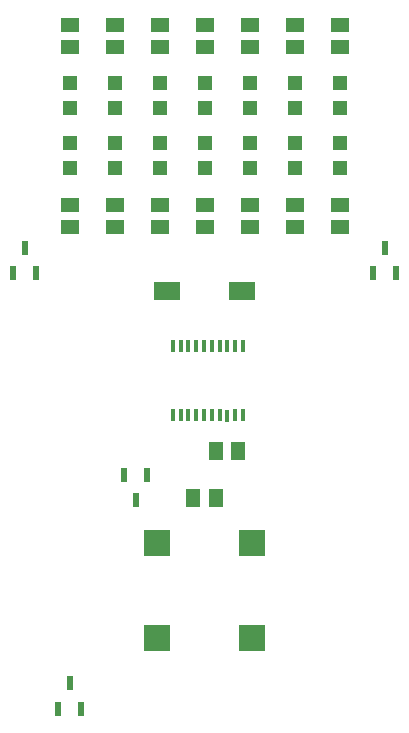
<source format=gbr>
G04 EAGLE Gerber RS-274X export*
G75*
%MOMM*%
%FSLAX34Y34*%
%LPD*%
%INSolderpaste Top*%
%IPPOS*%
%AMOC8*
5,1,8,0,0,1.08239X$1,22.5*%
G01*
%ADD10R,1.200000X1.200000*%
%ADD11R,0.600000X1.300000*%
%ADD12R,1.500000X1.300000*%
%ADD13R,0.400000X1.000000*%
%ADD14R,2.250000X2.250000*%
%ADD15R,2.300000X1.600000*%
%ADD16R,1.300000X1.500000*%
%ADD17R,0.600000X1.150000*%


D10*
X304800Y535600D03*
X304800Y556600D03*
X304800Y586400D03*
X304800Y607400D03*
X190500Y586400D03*
X190500Y607400D03*
X152400Y586400D03*
X152400Y607400D03*
X114300Y586400D03*
X114300Y607400D03*
X76200Y586400D03*
X76200Y607400D03*
X266700Y535600D03*
X266700Y556600D03*
X228600Y535600D03*
X228600Y556600D03*
X190500Y535600D03*
X190500Y556600D03*
X152400Y535600D03*
X152400Y556600D03*
X114300Y535600D03*
X114300Y556600D03*
X76200Y535600D03*
X76200Y556600D03*
X266700Y586400D03*
X266700Y607400D03*
X228600Y586400D03*
X228600Y607400D03*
D11*
X333400Y446700D03*
X352400Y446700D03*
X342900Y467700D03*
X28600Y446700D03*
X47600Y446700D03*
X38100Y467700D03*
D12*
X304800Y504800D03*
X304800Y485800D03*
X266700Y657200D03*
X266700Y638200D03*
X228600Y657200D03*
X228600Y638200D03*
X190500Y657200D03*
X190500Y638200D03*
X152400Y657200D03*
X152400Y638200D03*
X114300Y657200D03*
X114300Y638200D03*
X76200Y657200D03*
X76200Y638200D03*
X266700Y504800D03*
X266700Y485800D03*
X228600Y504800D03*
X228600Y485800D03*
X190500Y504800D03*
X190500Y485800D03*
X152400Y504800D03*
X152400Y485800D03*
X114300Y504800D03*
X114300Y485800D03*
X76200Y504800D03*
X76200Y485800D03*
X304800Y657200D03*
X304800Y638200D03*
D13*
X223008Y326230D03*
X216404Y326230D03*
X209800Y326170D03*
X203196Y326230D03*
X196592Y326230D03*
X189988Y326230D03*
X183384Y326230D03*
X176780Y326230D03*
X170176Y326230D03*
X163572Y326230D03*
X163572Y384650D03*
X170176Y384650D03*
X176780Y384650D03*
X183384Y384650D03*
X189988Y384650D03*
X196592Y384650D03*
X203196Y384650D03*
X209800Y384710D03*
X216404Y384650D03*
X223008Y384650D03*
D14*
X230500Y217800D03*
X150500Y217800D03*
X230500Y137800D03*
X150500Y137800D03*
D11*
X141580Y275930D03*
X122580Y275930D03*
X132080Y254930D03*
D15*
X159000Y431800D03*
X222000Y431800D03*
D16*
X200000Y256700D03*
X181000Y256700D03*
X219050Y295910D03*
X200050Y295910D03*
D17*
X66600Y77900D03*
X85800Y77900D03*
X76200Y99900D03*
M02*

</source>
